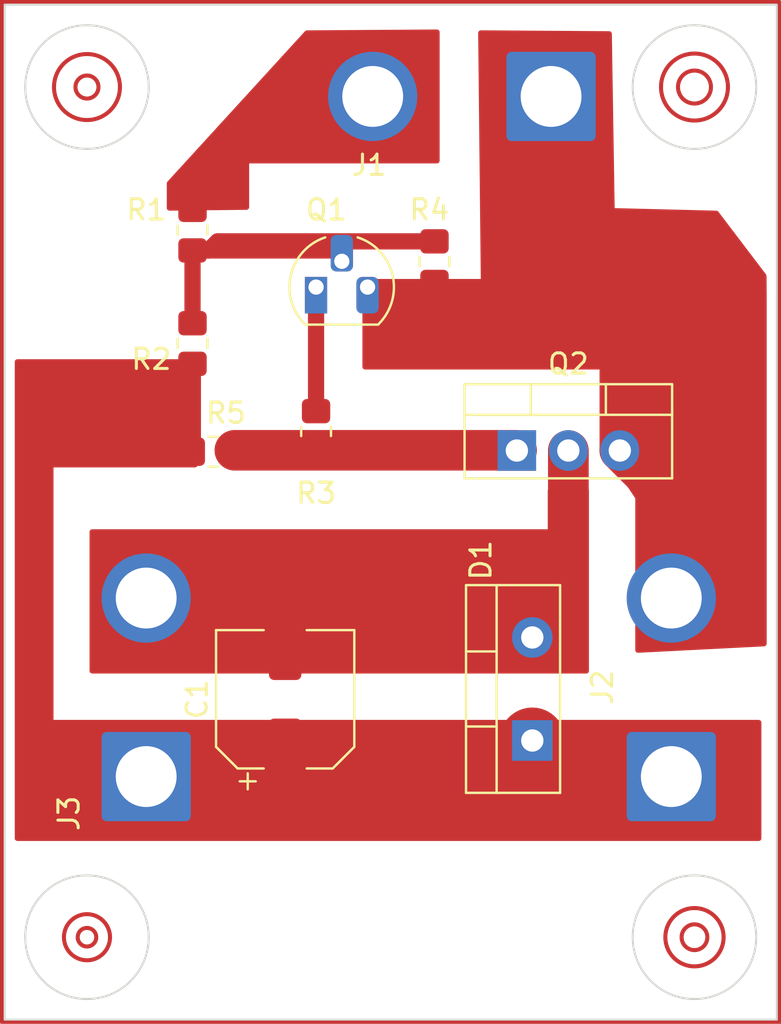
<source format=kicad_pcb>
(kicad_pcb (version 20211014) (generator pcbnew)
  (layers (0 "F.Cu" signal) (31 "B.Cu" signal) (34 "B.Paste" user) (35 "F.Paste" user) (36 "B.SilkS" user "B.Silkscreen") (37 "F.SilkS" user "F.Silkscreen") (38 "B.Mask" user) (39 "F.Mask" user) (44 "Edge.Cuts" user))
  (net 0 "")
  (net 1 "+12V")
  (net 2 "Net-(C1-Pad2)")
  (net 3 "Net-(Q1-Pad1)")
  (net 4 "Net-(Q1-Pad2)")
  (net 5 "GND")
  (net 6 "Net-(J1-Pad2)")
  (net 7 "Net-(Q2-Pad1)")
  (footprint "Resistor_SMD:R_0805_2012Metric_Pad1.20x1.40mm_HandSolder" (layer "F.Cu") (at 15.875 267.421 90)
    (fp_text reference "R3" (at -3.044 0 180) (layer "F.SilkS"))
    (fp_text value "200")
    (fp_line (start -0.227064 0.735) (end 0.227064 0.735) (layer "F.SilkS") (width 0.12))
    (fp_line (start -0.227064 -0.735) (end 0.227064 -0.735) (layer "F.SilkS") (width 0.12))
    (pad "1" smd roundrect (at -1 0 90) (size 1.2 1.4) (layers "F.Cu" "F.Paste" "F.Mask") (roundrect_rratio 0.2083333333) (net 7 "Net-(Q2-Pad1)"))
    (pad "2" smd roundrect (at 1 0 90) (size 1.2 1.4) (layers "F.Cu" "F.Paste" "F.Mask") (roundrect_rratio 0.2083333333) (net 3 "Net-(Q1-Pad1)"))
  )
  (footprint "Capacitor_SMD:CP_Elec_6.3x4.5" (layer "F.Cu") (at 14.351 280.625 90)
    (fp_text reference "C1" (at 0 -4.35 90) (layer "F.SilkS"))
    (fp_text value "C")
    (fp_line (start -4.04375 -2.24125) (end -4.04375 -1.45375) (layer "F.SilkS") (width 0.12))
    (fp_line (start -3.41 2.345563) (end -2.345563 3.41) (layer "F.SilkS") (width 0.12))
    (fp_line (start 3.41 -3.41) (end 3.41 -1.06) (layer "F.SilkS") (width 0.12))
    (fp_line (start -2.345563 3.41) (end 3.41 3.41) (layer "F.SilkS") (width 0.12))
    (fp_line (start -3.41 -2.345563) (end -3.41 -1.06) (layer "F.SilkS") (width 0.12))
    (fp_line (start -3.41 -2.345563) (end -2.345563 -3.41) (layer "F.SilkS") (width 0.12))
    (fp_line (start -2.345563 -3.41) (end 3.41 -3.41) (layer "F.SilkS") (width 0.12))
    (fp_line (start -4.4375 -1.8475) (end -3.65 -1.8475) (layer "F.SilkS") (width 0.12))
    (fp_line (start -3.41 2.345563) (end -3.41 1.06) (layer "F.SilkS") (width 0.12))
    (fp_line (start 3.41 3.41) (end 3.41 1.06) (layer "F.SilkS") (width 0.12))
    (pad "1" smd roundrect (at -2.7 0 90) (size 3.5 1.6) (layers "F.Cu" "F.Paste" "F.Mask") (roundrect_rratio 0.15625) (net 1 "+12V"))
    (pad "2" smd roundrect (at 2.7 0 90) (size 3.5 1.6) (layers "F.Cu" "F.Paste" "F.Mask") (roundrect_rratio 0.15625) (net 2 "Net-(C1-Pad2)"))
  )
  (footprint "Resistor_SMD:R_0805_2012Metric_Pad1.20x1.40mm_HandSolder" (layer "F.Cu") (at 10.795 268.421)
    (fp_text reference "R5" (at 0.635 -1.905) (layer "F.SilkS"))
    (fp_text value "10K")
    (fp_line (start -0.227064 0.735) (end 0.227064 0.735) (layer "F.SilkS") (width 0.12))
    (fp_line (start -0.227064 -0.735) (end 0.227064 -0.735) (layer "F.SilkS") (width 0.12))
    (pad "1" smd roundrect (at -1 0) (size 1.2 1.4) (layers "F.Cu" "F.Paste" "F.Mask") (roundrect_rratio 0.2083333333) (net 1 "+12V"))
    (pad "2" smd roundrect (at 1 0) (size 1.2 1.4) (layers "F.Cu" "F.Paste" "F.Mask") (roundrect_rratio 0.2083333333) (net 7 "Net-(Q2-Pad1)"))
  )
  (footprint "Package_TO_SOT_THT:TO-92_HandSolder" (layer "F.Cu") (at 15.875 260.305)
    (fp_text reference "Q1" (at 0.508 -3.81) (layer "F.SilkS"))
    (fp_text value "BS108")
    (fp_line (start -0.53 1.85) (end 3.07 1.85) (layer "F.SilkS") (width 0.12))
    (fp_arc (start 2.05 -2.45) (mid 3.769931 -0.601036) (end 3.078445 1.827684) (layer "F.SilkS") (width 0.12))
    (fp_arc (start -0.541875 1.841741) (mid -1.247231 -0.581764) (end 0.45 -2.45) (layer "F.SilkS") (width 0.12))
    (pad "1" thru_hole rect (at 0 0) (size 1.1 1.8) (drill 0.75 (offset 0 0.4)) (layers *.Cu *.Mask) (net 3 "Net-(Q1-Pad1)"))
    (pad "2" thru_hole roundrect (at 1.27 -1.27) (size 1.1 1.8) (drill 0.75 (offset 0 -0.4)) (layers *.Cu *.Mask) (net 4 "Net-(Q1-Pad2)"))
    (pad "3" thru_hole roundrect (at 2.54 0) (size 1.1 1.8) (drill 0.75 (offset 0 0.4)) (layers *.Cu *.Mask) (net 5 "GND"))
  )
  (footprint "Connector_Wire:SolderWire-2.5sqmm_1x02_P8.8mm_D2.4mm_OD4.4mm" (layer "F.Cu") (at 7.493 284.435 90)
    (fp_text reference "J3" (at -1.813195 -3.811087 90) (layer "F.SilkS"))
    (fp_text value "Conn_01x02_Female")
    (pad "1" thru_hole roundrect (at 0 0 90) (size 4.4 4.4) (drill 3) (layers *.Cu *.Mask) (roundrect_rratio 0.05681795455) (net 1 "+12V"))
    (pad "2" thru_hole circle (at 8.8 0 90) (size 4.4 4.4) (drill 3) (layers *.Cu *.Mask) (net 2 "Net-(C1-Pad2)"))
  )
  (footprint "Resistor_SMD:R_0805_2012Metric_Pad1.20x1.40mm_HandSolder" (layer "F.Cu") (at 9.779 263.087 90)
    (fp_text reference "R2" (at -0.774 -2.032 180) (layer "F.SilkS"))
    (fp_text value "12K")
    (fp_line (start -0.227064 0.735) (end 0.227064 0.735) (layer "F.SilkS") (width 0.12))
    (fp_line (start -0.227064 -0.735) (end 0.227064 -0.735) (layer "F.SilkS") (width 0.12))
    (pad "1" smd roundrect (at -1 0 90) (size 1.2 1.4) (layers "F.Cu" "F.Paste" "F.Mask") (roundrect_rratio 0.2083333333) (net 1 "+12V"))
    (pad "2" smd roundrect (at 1 0 90) (size 1.2 1.4) (layers "F.Cu" "F.Paste" "F.Mask") (roundrect_rratio 0.2083333333) (net 4 "Net-(Q1-Pad2)"))
  )
  (footprint "Connector_Wire:SolderWire-2.5sqmm_1x02_P8.8mm_D2.4mm_OD4.4mm" (layer "F.Cu") (at 27.469 250.907 180)
    (fp_text reference "J1" (at 8.972 -3.388) (layer "F.SilkS"))
    (fp_text value "Conn_01x02_Female")
    (pad "1" thru_hole roundrect (at 0 0 180) (size 4.4 4.4) (drill 3) (layers *.Cu *.Mask) (roundrect_rratio 0.05681795455) (net 5 "GND"))
    (pad "2" thru_hole circle (at 8.8 0 180) (size 4.4 4.4) (drill 3) (layers *.Cu *.Mask) (net 6 "Net-(J1-Pad2)"))
  )
  (footprint "Connector_Wire:SolderWire-2.5sqmm_1x02_P8.8mm_D2.4mm_OD4.4mm" (layer "F.Cu") (at 33.401 284.435 90)
    (fp_text reference "J2" (at 4.4 -3.4 90) (layer "F.SilkS"))
    (fp_text value "Conn_01x02_Female")
    (pad "1" thru_hole roundrect (at 0 0 90) (size 4.4 4.4) (drill 3) (layers *.Cu *.Mask) (roundrect_rratio 0.05681795455) (net 1 "+12V"))
    (pad "2" thru_hole circle (at 8.8 0 90) (size 4.4 4.4) (drill 3) (layers *.Cu *.Mask) (net 5 "GND"))
  )
  (footprint "Package_TO_SOT_THT:TO-220-3_Vertical" (layer "F.Cu") (at 25.781 268.362)
    (fp_text reference "Q2" (at 2.54 -4.27) (layer "F.SilkS"))
    (fp_text value "IRLB8721PBF")
    (fp_line (start 0.69 -3.27) (end 0.69 -1.76) (layer "F.SilkS") (width 0.12))
    (fp_line (start -2.58 -1.76) (end 7.66 -1.76) (layer "F.SilkS") (width 0.12))
    (fp_line (start 7.66 -3.27) (end 7.66 1.371) (layer "F.SilkS") (width 0.12))
    (fp_line (start -2.58 -3.27) (end 7.66 -3.27) (layer "F.SilkS") (width 0.12))
    (fp_line (start 4.391 -3.27) (end 4.391 -1.76) (layer "F.SilkS") (width 0.12))
    (fp_line (start -2.58 -3.27) (end -2.58 1.371) (layer "F.SilkS") (width 0.12))
    (fp_line (start -2.58 1.371) (end 7.66 1.371) (layer "F.SilkS") (width 0.12))
    (pad "1" thru_hole rect (at 0 0) (size 1.905 2) (drill 1.1) (layers *.Cu *.Mask) (net 7 "Net-(Q2-Pad1)"))
    (pad "2" thru_hole oval (at 2.54 0) (size 1.905 2) (drill 1.1) (layers *.Cu *.Mask) (net 2 "Net-(C1-Pad2)"))
    (pad "3" thru_hole oval (at 5.08 0) (size 1.905 2) (drill 1.1) (layers *.Cu *.Mask) (net 5 "GND"))
  )
  (footprint "Package_TO_SOT_THT:TO-220-2_Vertical" (layer "F.Cu") (at 26.543 282.657 90)
    (fp_text reference "D1" (at 8.89 -2.54 90) (layer "F.SilkS"))
    (fp_text value "D")
    (fp_line (start -2.58 1.371) (end 7.66 1.371) (layer "F.SilkS") (width 0.12))
    (fp_line (start 7.66 -3.27) (end 7.66 1.371) (layer "F.SilkS") (width 0.12))
    (fp_line (start 0.69 -3.27) (end 0.69 -1.76) (layer "F.SilkS") (width 0.12))
    (fp_line (start -2.58 -3.27) (end 7.66 -3.27) (layer "F.SilkS") (width 0.12))
    (fp_line (start -2.58 -3.27) (end -2.58 1.371) (layer "F.SilkS") (width 0.12))
    (fp_line (start -2.58 -1.76) (end 7.66 -1.76) (layer "F.SilkS") (width 0.12))
    (fp_line (start 4.391 -3.27) (end 4.391 -1.76) (layer "F.SilkS") (width 0.12))
    (pad "1" thru_hole rect (at 0 0 90) (size 2 2) (drill 1.1) (layers *.Cu *.Mask) (net 1 "+12V"))
    (pad "2" thru_hole oval (at 5.08 0 90) (size 2 2) (drill 1.1) (layers *.Cu *.Mask) (net 2 "Net-(C1-Pad2)"))
  )
  (footprint "Resistor_SMD:R_0805_2012Metric_Pad1.20x1.40mm_HandSolder" (layer "F.Cu") (at 21.717 259.051 -90)
    (fp_text reference "R4" (at -2.556 0.254 180) (layer "F.SilkS"))
    (fp_text value "4,5K")
    (fp_line (start -0.227064 0.735) (end 0.227064 0.735) (layer "F.SilkS") (width 0.12))
    (fp_line (start -0.227064 -0.735) (end 0.227064 -0.735) (layer "F.SilkS") (width 0.12))
    (pad "1" smd roundrect (at -1 0 270) (size 1.2 1.4) (layers "F.Cu" "F.Paste" "F.Mask") (roundrect_rratio 0.2083333333) (net 4 "Net-(Q1-Pad2)"))
    (pad "2" smd roundrect (at 1 0 270) (size 1.2 1.4) (layers "F.Cu" "F.Paste" "F.Mask") (roundrect_rratio 0.2083333333) (net 5 "GND"))
  )
  (footprint "Resistor_SMD:R_0805_2012Metric_Pad1.20x1.40mm_HandSolder" (layer "F.Cu") (at 9.779 257.499 90)
    (fp_text reference "R1" (at 1.004 -2.286 180) (layer "F.SilkS"))
    (fp_text value "200")
    (fp_line (start -0.227064 0.735) (end 0.227064 0.735) (layer "F.SilkS") (width 0.12))
    (fp_line (start -0.227064 -0.735) (end 0.227064 -0.735) (layer "F.SilkS") (width 0.12))
    (pad "1" smd roundrect (at -1 0 90) (size 1.2 1.4) (layers "F.Cu" "F.Paste" "F.Mask") (roundrect_rratio 0.2083333333) (net 4 "Net-(Q1-Pad2)"))
    (pad "2" smd roundrect (at 1 0 90) (size 1.2 1.4) (layers "F.Cu" "F.Paste" "F.Mask") (roundrect_rratio 0.2083333333) (net 6 "Net-(J1-Pad2)"))
  )
  (gr_rect (start 38.735 246.253) (end 0.381 296.545) (layer "F.Cu") (width 0.2) (fill none))
  (gr_circle (center 34.544 292.354) (end 35.56 293.37) (layer "F.Cu") (width 0.2) (fill none))
  (gr_circle (center 4.572 250.444) (end 5.588 251.714) (layer "F.Cu") (width 0.2) (fill none))
  (gr_circle (center 4.572 292.354) (end 4.826 292.735) (layer "F.Cu") (width 0.2) (fill none))
  (gr_circle (center 4.572 250.444) (end 4.826 250.952) (layer "F.Cu") (width 0.2) (fill none))
  (gr_circle (center 34.544 250.444) (end 35.179 248.92) (layer "F.Cu") (width 0.2) (fill none))
  (gr_circle (center 34.544 250.444) (end 35.052 251.079) (layer "F.Cu") (width 0.2) (fill none))
  (gr_circle (center 34.544 292.354) (end 34.925 292.862) (layer "F.Cu") (width 0.2) (fill none))
  (gr_circle (center 4.572 292.354) (end 5.08 293.37) (layer "F.Cu") (width 0.2) (fill none))
  (gr_circle (center 4.572 250.444) (end 4.572 247.396) (layer "Edge.Cuts") (width 0.1) (fill none))
  (gr_circle (center 4.572 292.354) (end 1.524 292.354) (layer "Edge.Cuts") (width 0.1) (fill none))
  (gr_rect (start 0.508 246.38) (end 38.608 296.418) (layer "Edge.Cuts") (width 0.1) (fill none))
  (gr_circle (center 34.544 292.354) (end 34.544 295.402) (layer "Edge.Cuts") (width 0.1) (fill none))
  (gr_circle (center 34.544 250.444) (end 37.592 250.444) (layer "Edge.Cuts") (width 0.1) (fill none))
  (segment (start 9.795 264.103) (end 9.779 264.087) (width 0.8) (layer "F.Cu") (net 1))
  (segment (start 5.223 266.131) (end 1.651 269.703) (width 0.8) (layer "F.Cu") (net 1))
  (segment (start 14.351 283.325) (end 15.461 284.435) (width 3.25) (layer "F.Cu") (net 1))
  (segment (start 26.543 283.927) (end 27.051 284.435) (width 3.25) (layer "F.Cu") (net 1))
  (segment (start 27.051 284.435) (end 33.401 284.435) (width 3.25) (layer "F.Cu") (net 1))
  (segment (start 9.795 268.421) (end 9.795 266.131) (width 0.8) (layer "F.Cu") (net 1))
  (segment (start 26.543 282.657) (end 26.543 283.927) (width 3.25) (layer "F.Cu") (net 1))
  (segment (start 3.175 284.435) (end 7.493 284.435) (width 0.8) (layer "F.Cu") (net 1))
  (segment (start 15.461 284.435) (end 17.145 284.435) (width 3.25) (layer "F.Cu") (net 1))
  (segment (start 1.651 269.703) (end 1.651 282.911) (width 0.8) (layer "F.Cu") (net 1))
  (segment (start 1.651 282.911) (end 3.175 284.435) (width 0.8) (layer "F.Cu") (net 1))
  (segment (start 7.493 284.435) (end 17.145 284.435) (width 3.25) (layer "F.Cu") (net 1))
  (segment (start 17.145 284.435) (end 27.051 284.435) (width 3.25) (layer "F.Cu") (net 1))
  (segment (start 9.795 266.131) (end 5.223 266.131) (width 0.8) (layer "F.Cu") (net 1))
  (segment (start 9.795 266.131) (end 9.795 264.103) (width 0.8) (layer "F.Cu") (net 1))
  (segment (start 28.321 275.799) (end 26.543 277.577) (width 2) (layer "F.Cu") (net 2))
  (segment (start 28.321 268.362) (end 28.321 273.857) (width 2) (layer "F.Cu") (net 2))
  (segment (start 28.321 273.857) (end 26.543 275.635) (width 2) (layer "F.Cu") (net 2))
  (segment (start 28.321 268.362) (end 28.321 275.799) (width 2) (layer "F.Cu") (net 2))
  (segment (start 26.543 277.577) (end 9.435 277.577) (width 3.25) (layer "F.Cu") (net 2))
  (segment (start 26.543 275.635) (end 7.493 275.635) (width 2) (layer "F.Cu") (net 2))
  (segment (start 9.435 277.577) (end 7.493 275.635) (width 3.25) (layer "F.Cu") (net 2))
  (segment (start 15.875 260.305) (end 15.875 266.421) (width 0.8) (layer "F.Cu") (net 3))
  (segment (start 9.779 258.499) (end 9.779 262.087) (width 0.8) (layer "F.Cu") (net 4))
  (segment (start 10.569 258.499) (end 16.609 258.499) (width 0.8) (layer "F.Cu") (net 4))
  (segment (start 21.717 258.051) (end 11.017 258.051) (width 0.8) (layer "F.Cu") (net 4))
  (segment (start 9.779 258.499) (end 10.569 258.499) (width 0.8) (layer "F.Cu") (net 4))
  (segment (start 11.017 258.051) (end 10.569 258.499) (width 0.8) (layer "F.Cu") (net 4))
  (segment (start 9.779 258.499) (end 9.807 258.527) (width 0.8) (layer "F.Cu") (net 4))
  (segment (start 29.845 260.305) (end 30.861 259.289) (width 0.8) (layer "F.Cu") (net 5))
  (segment (start 30.861 268.362) (end 30.861 260.813) (width 2) (layer "F.Cu") (net 5))
  (segment (start 18.415 260.305) (end 29.845 260.305) (width 0.8) (layer "F.Cu") (net 5))
  (segment (start 30.861 260.813) (end 30.861 259.289) (width 2) (layer "F.Cu") (net 5))
  (segment (start 30.435 259.289) (end 27.469 256.323) (width 2) (layer "F.Cu") (net 5))
  (segment (start 30.353 260.305) (end 30.861 260.813) (width 0.8) (layer "F.Cu") (net 5))
  (segment (start 27.469 256.323) (end 27.469 250.907) (width 2) (layer "F.Cu") (net 5))
  (segment (start 30.861 259.289) (end 30.435 259.289) (width 2) (layer "F.Cu") (net 5))
  (segment (start 33.401 275.635) (end 33.401 270.902) (width 2) (layer "F.Cu") (net 5))
  (segment (start 33.401 270.902) (end 30.861 268.362) (width 2) (layer "F.Cu") (net 5))
  (segment (start 14.65 250.907) (end 18.669 250.907) (width 0.8) (layer "F.Cu") (net 6))
  (segment (start 9.779 255.778) (end 14.65 250.907) (width 0.8) (layer "F.Cu") (net 6))
  (segment (start 9.779 256.499) (end 9.779 255.778) (width 0.8) (layer "F.Cu") (net 6))
  (segment (start 11.866 268.35) (end 25.769 268.35) (width 2) (layer "F.Cu") (net 7))
  (segment (start 25.769 268.35) (end 25.781 268.362) (width 0.8) (layer "F.Cu") (net 7))
  (segment (start 25.71 268.433) (end 25.781 268.362) (width 0.8) (layer "F.Cu") (net 7))
  (segment (start 11.795 268.421) (end 11.866 268.35) (width 0.8) (layer "F.Cu") (net 7))
  (zone (net 2) (net_name "Net-(C1-Pad2)") (layer "F.Cu") (connect_pads yes (clearance 0.5)) (min_thickness 0.254) (fill yes (thermal_gap 0.508) (thermal_bridge_width 0.508))
    (polygon (pts (xy 29.337 279.355) (xy 17.145 279.355) (xy 4.699 279.355) (xy 4.699 272.243) (xy 11.303 272.243) (xy 27.305 272.243) (xy 27.305 270.211) (xy 29.337 270.211)))
  )
  (zone (net 6) (net_name "Net-(J1-Pad2)") (layer "F.Cu") (connect_pads yes (clearance 0.5)) (min_thickness 0.254) (fill yes (thermal_gap 0.508) (thermal_bridge_width 0.508))
    (polygon (pts (xy 21.971 254.209) (xy 12.573 254.209) (xy 12.573 256.495) (xy 8.509 256.54) (xy 8.509 255.143) (xy 15.367001 247.65) (xy 21.971001 247.605)))
  )
  (zone (net 5) (net_name "GND") (layer "F.Cu") (connect_pads yes (clearance 0.5)) (min_thickness 0.254) (fill yes (thermal_gap 0.508) (thermal_bridge_width 0.508))
    (polygon (pts (xy 35.687 256.54) (xy 38.1 259.715) (xy 38.227 278.003) (xy 31.623 278.339) (xy 31.623 270.719) (xy 30.099 268.433) (xy 30.099 264.369) (xy 18.161 264.369) (xy 18.161 260.051) (xy 24.003 260.051) (xy 23.870791 247.646476) (xy 30.465641 247.691772) (xy 30.607 256.413)))
  )
  (zone (net 1) (net_name "+12V") (layer "F.Cu") (connect_pads yes (clearance 0.5)) (min_thickness 0.254) (fill yes (thermal_gap 0.508) (thermal_bridge_width 0.508))
    (polygon (pts (xy 10.033 269.195) (xy 2.921 269.195) (xy 2.921 281.641) (xy 37.846 281.641) (xy 37.846 287.61) (xy 0.889 287.61) (xy 0.889 263.861) (xy 10.033 263.861)))
  )
)
</source>
